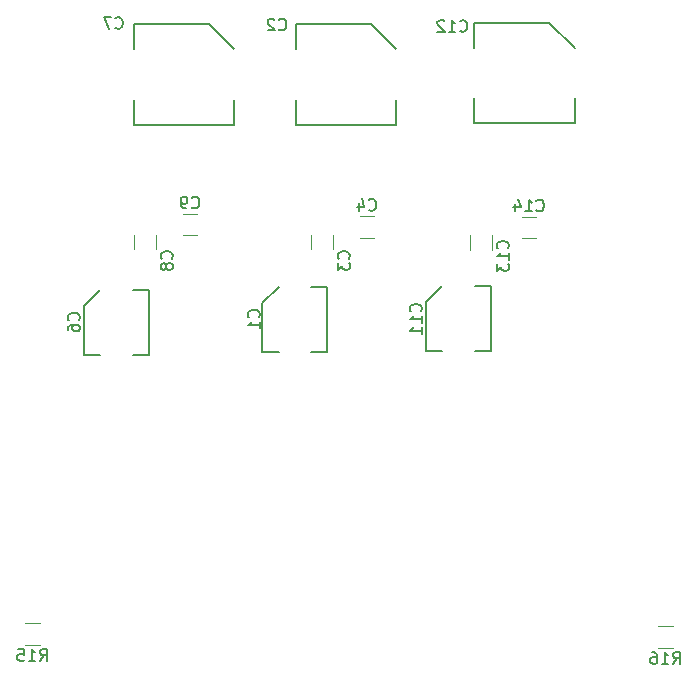
<source format=gbo>
G04 #@! TF.GenerationSoftware,KiCad,Pcbnew,(5.0.2)-1*
G04 #@! TF.CreationDate,2019-01-20T08:21:42-05:00*
G04 #@! TF.ProjectId,modular_backplane,6d6f6475-6c61-4725-9f62-61636b706c61,rev?*
G04 #@! TF.SameCoordinates,Original*
G04 #@! TF.FileFunction,Legend,Bot*
G04 #@! TF.FilePolarity,Positive*
%FSLAX46Y46*%
G04 Gerber Fmt 4.6, Leading zero omitted, Abs format (unit mm)*
G04 Created by KiCad (PCBNEW (5.0.2)-1) date 1/20/2019 8:21:42 AM*
%MOMM*%
%LPD*%
G01*
G04 APERTURE LIST*
%ADD10C,0.150000*%
%ADD11C,0.120000*%
G04 APERTURE END LIST*
D10*
G04 #@! TO.C,C1*
X30055000Y-34334000D02*
X30055000Y-35709000D01*
X28680000Y-34334000D02*
X30055000Y-34334000D01*
X25930000Y-34334000D02*
X24555000Y-35709000D01*
X30055000Y-35709000D02*
X30055000Y-39834000D01*
X24555000Y-35709000D02*
X24555000Y-39834000D01*
X28680000Y-39834000D02*
X30055000Y-39834000D01*
X24555000Y-39834000D02*
X25930000Y-39834000D01*
G04 #@! TO.C,C2*
X27373000Y-12133000D02*
X33748000Y-12133000D01*
X35873000Y-14258000D02*
X33748000Y-12133000D01*
X35873000Y-20633000D02*
X35873000Y-18508000D01*
X27373000Y-20633000D02*
X35873000Y-20633000D01*
X27373000Y-18508000D02*
X27373000Y-20633000D01*
X27373000Y-14258000D02*
X27373000Y-12133000D01*
D11*
G04 #@! TO.C,C3*
X28681000Y-31172564D02*
X28681000Y-29968436D01*
X30501000Y-31172564D02*
X30501000Y-29968436D01*
G04 #@! TO.C,C4*
X34003064Y-30183500D02*
X32798936Y-30183500D01*
X34003064Y-28363500D02*
X32798936Y-28363500D01*
D10*
G04 #@! TO.C,C6*
X14942000Y-34588000D02*
X14942000Y-35963000D01*
X13567000Y-34588000D02*
X14942000Y-34588000D01*
X10817000Y-34588000D02*
X9442000Y-35963000D01*
X14942000Y-35963000D02*
X14942000Y-40088000D01*
X9442000Y-35963000D02*
X9442000Y-40088000D01*
X13567000Y-40088000D02*
X14942000Y-40088000D01*
X9442000Y-40088000D02*
X10817000Y-40088000D01*
G04 #@! TO.C,C7*
X13657000Y-12133000D02*
X20032000Y-12133000D01*
X22157000Y-14258000D02*
X20032000Y-12133000D01*
X22157000Y-20633000D02*
X22157000Y-18508000D01*
X13657000Y-20633000D02*
X22157000Y-20633000D01*
X13657000Y-18508000D02*
X13657000Y-20633000D01*
X13657000Y-14258000D02*
X13657000Y-12133000D01*
D11*
G04 #@! TO.C,C8*
X13695000Y-31172564D02*
X13695000Y-29968436D01*
X15515000Y-31172564D02*
X15515000Y-29968436D01*
G04 #@! TO.C,C9*
X19017064Y-29993000D02*
X17812936Y-29993000D01*
X19017064Y-28173000D02*
X17812936Y-28173000D01*
G04 #@! TO.C,R15*
X4477936Y-62844000D02*
X5682064Y-62844000D01*
X4477936Y-64664000D02*
X5682064Y-64664000D01*
G04 #@! TO.C,R16*
X58071936Y-63098000D02*
X59276064Y-63098000D01*
X58071936Y-64918000D02*
X59276064Y-64918000D01*
D10*
G04 #@! TO.C,C11*
X43898000Y-34293000D02*
X43898000Y-35668000D01*
X42523000Y-34293000D02*
X43898000Y-34293000D01*
X39773000Y-34293000D02*
X38398000Y-35668000D01*
X43898000Y-35668000D02*
X43898000Y-39793000D01*
X38398000Y-35668000D02*
X38398000Y-39793000D01*
X42523000Y-39793000D02*
X43898000Y-39793000D01*
X38398000Y-39793000D02*
X39773000Y-39793000D01*
G04 #@! TO.C,C12*
X42486000Y-12006000D02*
X48861000Y-12006000D01*
X50986000Y-14131000D02*
X48861000Y-12006000D01*
X50986000Y-20506000D02*
X50986000Y-18381000D01*
X42486000Y-20506000D02*
X50986000Y-20506000D01*
X42486000Y-18381000D02*
X42486000Y-20506000D01*
X42486000Y-14131000D02*
X42486000Y-12006000D01*
D11*
G04 #@! TO.C,C13*
X42143000Y-31209064D02*
X42143000Y-30004936D01*
X43963000Y-31209064D02*
X43963000Y-30004936D01*
G04 #@! TO.C,C14*
X47719064Y-30247000D02*
X46514936Y-30247000D01*
X47719064Y-28427000D02*
X46514936Y-28427000D01*
G04 #@! TO.C,C1*
D10*
X24233142Y-36917333D02*
X24280761Y-36869714D01*
X24328380Y-36726857D01*
X24328380Y-36631619D01*
X24280761Y-36488761D01*
X24185523Y-36393523D01*
X24090285Y-36345904D01*
X23899809Y-36298285D01*
X23756952Y-36298285D01*
X23566476Y-36345904D01*
X23471238Y-36393523D01*
X23376000Y-36488761D01*
X23328380Y-36631619D01*
X23328380Y-36726857D01*
X23376000Y-36869714D01*
X23423619Y-36917333D01*
X24328380Y-37869714D02*
X24328380Y-37298285D01*
X24328380Y-37584000D02*
X23328380Y-37584000D01*
X23471238Y-37488761D01*
X23566476Y-37393523D01*
X23614095Y-37298285D01*
G04 #@! TO.C,C2*
X25947666Y-12549142D02*
X25995285Y-12596761D01*
X26138142Y-12644380D01*
X26233380Y-12644380D01*
X26376238Y-12596761D01*
X26471476Y-12501523D01*
X26519095Y-12406285D01*
X26566714Y-12215809D01*
X26566714Y-12072952D01*
X26519095Y-11882476D01*
X26471476Y-11787238D01*
X26376238Y-11692000D01*
X26233380Y-11644380D01*
X26138142Y-11644380D01*
X25995285Y-11692000D01*
X25947666Y-11739619D01*
X25566714Y-11739619D02*
X25519095Y-11692000D01*
X25423857Y-11644380D01*
X25185761Y-11644380D01*
X25090523Y-11692000D01*
X25042904Y-11739619D01*
X24995285Y-11834857D01*
X24995285Y-11930095D01*
X25042904Y-12072952D01*
X25614333Y-12644380D01*
X24995285Y-12644380D01*
G04 #@! TO.C,C3*
X31853142Y-31964333D02*
X31900761Y-31916714D01*
X31948380Y-31773857D01*
X31948380Y-31678619D01*
X31900761Y-31535761D01*
X31805523Y-31440523D01*
X31710285Y-31392904D01*
X31519809Y-31345285D01*
X31376952Y-31345285D01*
X31186476Y-31392904D01*
X31091238Y-31440523D01*
X30996000Y-31535761D01*
X30948380Y-31678619D01*
X30948380Y-31773857D01*
X30996000Y-31916714D01*
X31043619Y-31964333D01*
X30948380Y-32297666D02*
X30948380Y-32916714D01*
X31329333Y-32583380D01*
X31329333Y-32726238D01*
X31376952Y-32821476D01*
X31424571Y-32869095D01*
X31519809Y-32916714D01*
X31757904Y-32916714D01*
X31853142Y-32869095D01*
X31900761Y-32821476D01*
X31948380Y-32726238D01*
X31948380Y-32440523D01*
X31900761Y-32345285D01*
X31853142Y-32297666D01*
G04 #@! TO.C,C4*
X33567666Y-27810642D02*
X33615285Y-27858261D01*
X33758142Y-27905880D01*
X33853380Y-27905880D01*
X33996238Y-27858261D01*
X34091476Y-27763023D01*
X34139095Y-27667785D01*
X34186714Y-27477309D01*
X34186714Y-27334452D01*
X34139095Y-27143976D01*
X34091476Y-27048738D01*
X33996238Y-26953500D01*
X33853380Y-26905880D01*
X33758142Y-26905880D01*
X33615285Y-26953500D01*
X33567666Y-27001119D01*
X32710523Y-27239214D02*
X32710523Y-27905880D01*
X32948619Y-26858261D02*
X33186714Y-27572547D01*
X32567666Y-27572547D01*
G04 #@! TO.C,C6*
X8993142Y-37171333D02*
X9040761Y-37123714D01*
X9088380Y-36980857D01*
X9088380Y-36885619D01*
X9040761Y-36742761D01*
X8945523Y-36647523D01*
X8850285Y-36599904D01*
X8659809Y-36552285D01*
X8516952Y-36552285D01*
X8326476Y-36599904D01*
X8231238Y-36647523D01*
X8136000Y-36742761D01*
X8088380Y-36885619D01*
X8088380Y-36980857D01*
X8136000Y-37123714D01*
X8183619Y-37171333D01*
X8088380Y-38028476D02*
X8088380Y-37838000D01*
X8136000Y-37742761D01*
X8183619Y-37695142D01*
X8326476Y-37599904D01*
X8516952Y-37552285D01*
X8897904Y-37552285D01*
X8993142Y-37599904D01*
X9040761Y-37647523D01*
X9088380Y-37742761D01*
X9088380Y-37933238D01*
X9040761Y-38028476D01*
X8993142Y-38076095D01*
X8897904Y-38123714D01*
X8659809Y-38123714D01*
X8564571Y-38076095D01*
X8516952Y-38028476D01*
X8469333Y-37933238D01*
X8469333Y-37742761D01*
X8516952Y-37647523D01*
X8564571Y-37599904D01*
X8659809Y-37552285D01*
G04 #@! TO.C,C7*
X12104666Y-12422142D02*
X12152285Y-12469761D01*
X12295142Y-12517380D01*
X12390380Y-12517380D01*
X12533238Y-12469761D01*
X12628476Y-12374523D01*
X12676095Y-12279285D01*
X12723714Y-12088809D01*
X12723714Y-11945952D01*
X12676095Y-11755476D01*
X12628476Y-11660238D01*
X12533238Y-11565000D01*
X12390380Y-11517380D01*
X12295142Y-11517380D01*
X12152285Y-11565000D01*
X12104666Y-11612619D01*
X11771333Y-11517380D02*
X11104666Y-11517380D01*
X11533238Y-12517380D01*
G04 #@! TO.C,C8*
X16867142Y-31964333D02*
X16914761Y-31916714D01*
X16962380Y-31773857D01*
X16962380Y-31678619D01*
X16914761Y-31535761D01*
X16819523Y-31440523D01*
X16724285Y-31392904D01*
X16533809Y-31345285D01*
X16390952Y-31345285D01*
X16200476Y-31392904D01*
X16105238Y-31440523D01*
X16010000Y-31535761D01*
X15962380Y-31678619D01*
X15962380Y-31773857D01*
X16010000Y-31916714D01*
X16057619Y-31964333D01*
X16390952Y-32535761D02*
X16343333Y-32440523D01*
X16295714Y-32392904D01*
X16200476Y-32345285D01*
X16152857Y-32345285D01*
X16057619Y-32392904D01*
X16010000Y-32440523D01*
X15962380Y-32535761D01*
X15962380Y-32726238D01*
X16010000Y-32821476D01*
X16057619Y-32869095D01*
X16152857Y-32916714D01*
X16200476Y-32916714D01*
X16295714Y-32869095D01*
X16343333Y-32821476D01*
X16390952Y-32726238D01*
X16390952Y-32535761D01*
X16438571Y-32440523D01*
X16486190Y-32392904D01*
X16581428Y-32345285D01*
X16771904Y-32345285D01*
X16867142Y-32392904D01*
X16914761Y-32440523D01*
X16962380Y-32535761D01*
X16962380Y-32726238D01*
X16914761Y-32821476D01*
X16867142Y-32869095D01*
X16771904Y-32916714D01*
X16581428Y-32916714D01*
X16486190Y-32869095D01*
X16438571Y-32821476D01*
X16390952Y-32726238D01*
G04 #@! TO.C,C9*
X18581666Y-27620142D02*
X18629285Y-27667761D01*
X18772142Y-27715380D01*
X18867380Y-27715380D01*
X19010238Y-27667761D01*
X19105476Y-27572523D01*
X19153095Y-27477285D01*
X19200714Y-27286809D01*
X19200714Y-27143952D01*
X19153095Y-26953476D01*
X19105476Y-26858238D01*
X19010238Y-26763000D01*
X18867380Y-26715380D01*
X18772142Y-26715380D01*
X18629285Y-26763000D01*
X18581666Y-26810619D01*
X18105476Y-27715380D02*
X17915000Y-27715380D01*
X17819761Y-27667761D01*
X17772142Y-27620142D01*
X17676904Y-27477285D01*
X17629285Y-27286809D01*
X17629285Y-26905857D01*
X17676904Y-26810619D01*
X17724523Y-26763000D01*
X17819761Y-26715380D01*
X18010238Y-26715380D01*
X18105476Y-26763000D01*
X18153095Y-26810619D01*
X18200714Y-26905857D01*
X18200714Y-27143952D01*
X18153095Y-27239190D01*
X18105476Y-27286809D01*
X18010238Y-27334428D01*
X17819761Y-27334428D01*
X17724523Y-27286809D01*
X17676904Y-27239190D01*
X17629285Y-27143952D01*
G04 #@! TO.C,R15*
X5722857Y-66026380D02*
X6056190Y-65550190D01*
X6294285Y-66026380D02*
X6294285Y-65026380D01*
X5913333Y-65026380D01*
X5818095Y-65074000D01*
X5770476Y-65121619D01*
X5722857Y-65216857D01*
X5722857Y-65359714D01*
X5770476Y-65454952D01*
X5818095Y-65502571D01*
X5913333Y-65550190D01*
X6294285Y-65550190D01*
X4770476Y-66026380D02*
X5341904Y-66026380D01*
X5056190Y-66026380D02*
X5056190Y-65026380D01*
X5151428Y-65169238D01*
X5246666Y-65264476D01*
X5341904Y-65312095D01*
X3865714Y-65026380D02*
X4341904Y-65026380D01*
X4389523Y-65502571D01*
X4341904Y-65454952D01*
X4246666Y-65407333D01*
X4008571Y-65407333D01*
X3913333Y-65454952D01*
X3865714Y-65502571D01*
X3818095Y-65597809D01*
X3818095Y-65835904D01*
X3865714Y-65931142D01*
X3913333Y-65978761D01*
X4008571Y-66026380D01*
X4246666Y-66026380D01*
X4341904Y-65978761D01*
X4389523Y-65931142D01*
G04 #@! TO.C,R16*
X59316857Y-66280380D02*
X59650190Y-65804190D01*
X59888285Y-66280380D02*
X59888285Y-65280380D01*
X59507333Y-65280380D01*
X59412095Y-65328000D01*
X59364476Y-65375619D01*
X59316857Y-65470857D01*
X59316857Y-65613714D01*
X59364476Y-65708952D01*
X59412095Y-65756571D01*
X59507333Y-65804190D01*
X59888285Y-65804190D01*
X58364476Y-66280380D02*
X58935904Y-66280380D01*
X58650190Y-66280380D02*
X58650190Y-65280380D01*
X58745428Y-65423238D01*
X58840666Y-65518476D01*
X58935904Y-65566095D01*
X57507333Y-65280380D02*
X57697809Y-65280380D01*
X57793047Y-65328000D01*
X57840666Y-65375619D01*
X57935904Y-65518476D01*
X57983523Y-65708952D01*
X57983523Y-66089904D01*
X57935904Y-66185142D01*
X57888285Y-66232761D01*
X57793047Y-66280380D01*
X57602571Y-66280380D01*
X57507333Y-66232761D01*
X57459714Y-66185142D01*
X57412095Y-66089904D01*
X57412095Y-65851809D01*
X57459714Y-65756571D01*
X57507333Y-65708952D01*
X57602571Y-65661333D01*
X57793047Y-65661333D01*
X57888285Y-65708952D01*
X57935904Y-65756571D01*
X57983523Y-65851809D01*
G04 #@! TO.C,C11*
X37949142Y-36441142D02*
X37996761Y-36393523D01*
X38044380Y-36250666D01*
X38044380Y-36155428D01*
X37996761Y-36012571D01*
X37901523Y-35917333D01*
X37806285Y-35869714D01*
X37615809Y-35822095D01*
X37472952Y-35822095D01*
X37282476Y-35869714D01*
X37187238Y-35917333D01*
X37092000Y-36012571D01*
X37044380Y-36155428D01*
X37044380Y-36250666D01*
X37092000Y-36393523D01*
X37139619Y-36441142D01*
X38044380Y-37393523D02*
X38044380Y-36822095D01*
X38044380Y-37107809D02*
X37044380Y-37107809D01*
X37187238Y-37012571D01*
X37282476Y-36917333D01*
X37330095Y-36822095D01*
X38044380Y-38345904D02*
X38044380Y-37774476D01*
X38044380Y-38060190D02*
X37044380Y-38060190D01*
X37187238Y-37964952D01*
X37282476Y-37869714D01*
X37330095Y-37774476D01*
G04 #@! TO.C,C12*
X41282857Y-12676142D02*
X41330476Y-12723761D01*
X41473333Y-12771380D01*
X41568571Y-12771380D01*
X41711428Y-12723761D01*
X41806666Y-12628523D01*
X41854285Y-12533285D01*
X41901904Y-12342809D01*
X41901904Y-12199952D01*
X41854285Y-12009476D01*
X41806666Y-11914238D01*
X41711428Y-11819000D01*
X41568571Y-11771380D01*
X41473333Y-11771380D01*
X41330476Y-11819000D01*
X41282857Y-11866619D01*
X40330476Y-12771380D02*
X40901904Y-12771380D01*
X40616190Y-12771380D02*
X40616190Y-11771380D01*
X40711428Y-11914238D01*
X40806666Y-12009476D01*
X40901904Y-12057095D01*
X39949523Y-11866619D02*
X39901904Y-11819000D01*
X39806666Y-11771380D01*
X39568571Y-11771380D01*
X39473333Y-11819000D01*
X39425714Y-11866619D01*
X39378095Y-11961857D01*
X39378095Y-12057095D01*
X39425714Y-12199952D01*
X39997142Y-12771380D01*
X39378095Y-12771380D01*
G04 #@! TO.C,C13*
X45315142Y-31107142D02*
X45362761Y-31059523D01*
X45410380Y-30916666D01*
X45410380Y-30821428D01*
X45362761Y-30678571D01*
X45267523Y-30583333D01*
X45172285Y-30535714D01*
X44981809Y-30488095D01*
X44838952Y-30488095D01*
X44648476Y-30535714D01*
X44553238Y-30583333D01*
X44458000Y-30678571D01*
X44410380Y-30821428D01*
X44410380Y-30916666D01*
X44458000Y-31059523D01*
X44505619Y-31107142D01*
X45410380Y-32059523D02*
X45410380Y-31488095D01*
X45410380Y-31773809D02*
X44410380Y-31773809D01*
X44553238Y-31678571D01*
X44648476Y-31583333D01*
X44696095Y-31488095D01*
X44410380Y-32392857D02*
X44410380Y-33011904D01*
X44791333Y-32678571D01*
X44791333Y-32821428D01*
X44838952Y-32916666D01*
X44886571Y-32964285D01*
X44981809Y-33011904D01*
X45219904Y-33011904D01*
X45315142Y-32964285D01*
X45362761Y-32916666D01*
X45410380Y-32821428D01*
X45410380Y-32535714D01*
X45362761Y-32440476D01*
X45315142Y-32392857D01*
G04 #@! TO.C,C14*
X47759857Y-27874142D02*
X47807476Y-27921761D01*
X47950333Y-27969380D01*
X48045571Y-27969380D01*
X48188428Y-27921761D01*
X48283666Y-27826523D01*
X48331285Y-27731285D01*
X48378904Y-27540809D01*
X48378904Y-27397952D01*
X48331285Y-27207476D01*
X48283666Y-27112238D01*
X48188428Y-27017000D01*
X48045571Y-26969380D01*
X47950333Y-26969380D01*
X47807476Y-27017000D01*
X47759857Y-27064619D01*
X46807476Y-27969380D02*
X47378904Y-27969380D01*
X47093190Y-27969380D02*
X47093190Y-26969380D01*
X47188428Y-27112238D01*
X47283666Y-27207476D01*
X47378904Y-27255095D01*
X45950333Y-27302714D02*
X45950333Y-27969380D01*
X46188428Y-26921761D02*
X46426523Y-27636047D01*
X45807476Y-27636047D01*
G04 #@! TD*
M02*

</source>
